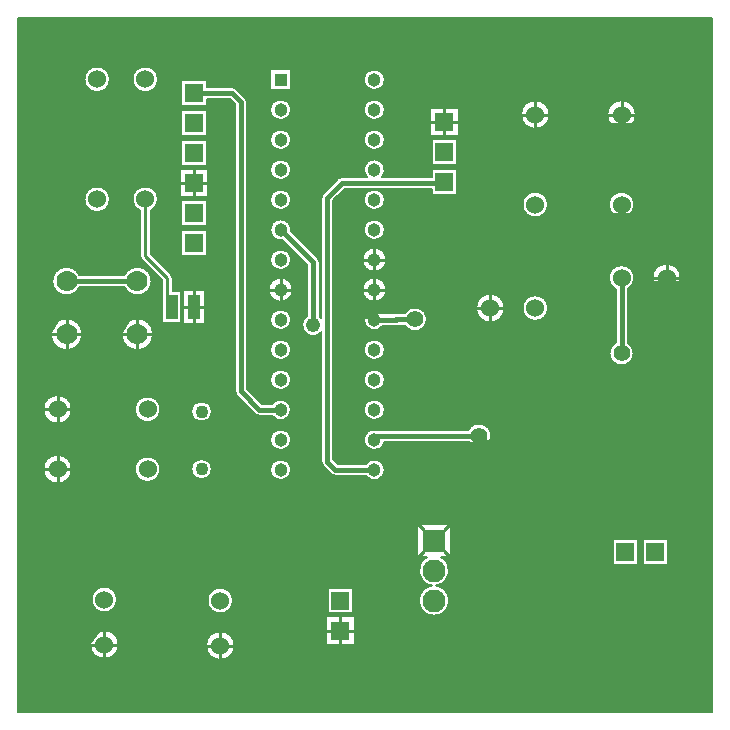
<source format=gbr>
G04 EasyPC Gerber Version 21.0.3 Build 4286 *
G04 #@! TF.Part,Single*
G04 #@! TF.FileFunction,Copper,L2,Bot *
G04 #@! TF.FilePolarity,Positive *
%FSLAX35Y35*%
%MOIN*%
G04 #@! TA.AperFunction,ComponentPad*
%ADD74R,0.04000X0.08000*%
%ADD72R,0.04461X0.04461*%
%ADD17R,0.06000X0.06000*%
%ADD28R,0.07618X0.07618*%
G04 #@! TD.AperFunction*
%ADD11C,0.00500*%
%ADD12C,0.01000*%
%ADD78C,0.01500*%
G04 #@! TA.AperFunction,ComponentPad*
%ADD75C,0.04331*%
%ADD73C,0.04461*%
G04 #@! TA.AperFunction,ViaPad*
%ADD80C,0.04800*%
%ADD79C,0.05600*%
G04 #@! TA.AperFunction,WasherPad*
%ADD15C,0.06000*%
G04 #@! TA.AperFunction,ComponentPad*
%ADD76C,0.07000*%
%ADD29C,0.07618*%
X0Y0D02*
D02*
D11*
X2750Y233951D02*
Y2750D01*
X233951*
Y233951*
X2750*
X11124Y83650D02*
G75*
G02X20624I4750D01*
G01*
G75*
G02X11124I-4750*
G01*
Y103600D02*
G75*
G02X20624I4750D01*
G01*
G75*
G02X11124I-4750*
G01*
X13624Y128600D02*
G75*
G02X24124I5250D01*
G01*
G75*
G02X13624I-5250*
G01*
X38187Y148317D02*
G75*
G02X47246Y146317I4308J-2000D01*
G01*
G75*
G02X38187Y144317I-4750*
G01*
X23182*
G75*
G02X14124Y146317I-4308J2000*
G01*
G75*
G02X23182Y148317I4750*
G01*
X38187*
X26724Y25200D02*
G75*
G02X36224I4750D01*
G01*
G75*
G02X26724I-4750*
G01*
X27224Y40200D02*
G75*
G02X35724I4250D01*
G01*
G75*
G02X27224I-4250*
G01*
X37246Y128600D02*
G75*
G02X47746I5250D01*
G01*
G75*
G02X37246I-5250*
G01*
X41624Y83650D02*
G75*
G02X50124I4250D01*
G01*
G75*
G02X41624I-4250*
G01*
Y103600D02*
G75*
G02X50124I4250D01*
G01*
G75*
G02X41624I-4250*
G01*
X24824Y173600D02*
G75*
G02X33324I4250D01*
G01*
G75*
G02X24824I-4250*
G01*
Y213600D02*
G75*
G02X33324I4250D01*
G01*
G75*
G02X24824I-4250*
G01*
X54224Y142900D02*
X57199D01*
Y132400*
X50699*
Y142900*
X50724*
Y146625*
X43887Y153463*
G75*
G02X43374Y154700I1237J1237*
G01*
Y169727*
G75*
G02X40874Y173600I1750J3873*
G01*
G75*
G02X49374I4250*
G01*
G75*
G02X46874Y169727I-4250*
G01*
Y155425*
X53712Y148587*
G75*
G02X54224Y147350I-1237J-1237*
G01*
Y142900*
X40874Y213600D02*
G75*
G02X49374I4250D01*
G01*
G75*
G02X40874I-4250*
G01*
X56699Y183801D02*
X66199D01*
Y174301*
X56699*
Y183801*
X57199Y163301D02*
X65699D01*
Y154801*
X57199*
Y163301*
X57699Y143400D02*
X65199D01*
Y131900*
X57699*
Y143400*
X60458Y83644D02*
G75*
G02X67289I3415D01*
G01*
G75*
G02X60458I-3415*
G01*
X65374Y24850D02*
G75*
G02X74874I4750D01*
G01*
G75*
G02X65374I-4750*
G01*
X65874Y39850D02*
G75*
G02X74374I4250D01*
G01*
G75*
G02X65874I-4250*
G01*
X60458Y102856D02*
G75*
G02X67289I3415D01*
G01*
G75*
G02X60458I-3415*
G01*
X57199Y173301D02*
X65699D01*
Y164801*
X57199*
Y173301*
Y193301D02*
X65699D01*
Y184801*
X57199*
Y193301*
Y203301D02*
X65699D01*
Y194801*
X57199*
Y203301*
X87376Y105450D02*
G75*
G02X93704Y103450I2848J-2000D01*
G01*
G75*
G02X87376Y101450I-3480J0*
G01*
X83200*
G75*
G02X81784Y102037J2000*
G01*
X75637Y108184*
G75*
G02X75050Y109600I1413J1416*
G01*
Y205222*
X73222Y207050*
X65699*
Y204801*
X57199*
Y213301*
X65699*
Y211050*
X74050*
G75*
G02X75466Y210463J-2000*
G01*
X78463Y207466*
G75*
G02X79050Y206050I-1413J-1416*
G01*
Y110428*
X84028Y105450*
X87376*
X86744Y83450D02*
G75*
G02X93704I3480D01*
G01*
G75*
G02X86744I-3480*
G01*
Y93450D02*
G75*
G02X93704I3480D01*
G01*
G75*
G02X86744I-3480*
G01*
X86244Y143450D02*
G75*
G02X94204I3980D01*
G01*
G75*
G02X86244I-3980*
G01*
X86744Y113450D02*
G75*
G02X93704I3480D01*
G01*
G75*
G02X86744I-3480*
G01*
Y123450D02*
G75*
G02X93704I3480D01*
G01*
G75*
G02X86744I-3480*
G01*
Y133450D02*
G75*
G02X93704I3480D01*
G01*
G75*
G02X86744I-3480*
G01*
X86742Y216931D02*
X93703D01*
Y209970*
X86742*
Y216931*
X86744Y153450D02*
G75*
G02X93704I3480D01*
G01*
G75*
G02X86744I-3480*
G01*
X140600Y183699D02*
X149100D01*
Y175199*
X140600*
Y177050*
X111678*
X107850Y173222*
Y86928*
X109328Y85450*
X118628*
G75*
G02X124956Y83450I2848J-2000*
G01*
G75*
G02X118628Y81450I-3480J0*
G01*
X108500*
G75*
G02X107084Y82037J2000*
G01*
X104437Y84684*
G75*
G02X103850Y86100I1413J1416*
G01*
Y129309*
G75*
G02X97400Y131650I-2800J2341*
G01*
G75*
G02X98893Y134594I3650*
G01*
Y151756*
X90653Y159996*
G75*
G02X90224Y159970I-428J3455*
G01*
G75*
G02Y166930J3480*
G01*
G75*
G02X93704Y163450J-3480*
G01*
G75*
G02X93683Y163068I-3482J-2*
G01*
X102573Y154178*
G75*
G02X103207Y152650I-1523J-1528*
G01*
Y134594*
G75*
G02X103850Y133991I-2158J-2944*
G01*
Y174050*
G75*
G02X104437Y175466I2000*
G01*
X109434Y180463*
G75*
G02X110850Y181050I1416J-1413*
G01*
X118956*
G75*
G02X121476Y186930I2520J2400*
G01*
G75*
G02X123996Y181050J-3480*
G01*
X140600*
Y183699*
X117496Y143450D02*
G75*
G02X125456I3980D01*
G01*
G75*
G02X117496I-3980*
G01*
X152852Y96850D02*
G75*
G02X160424Y94850I3522J-2000D01*
G01*
G75*
G02X152852Y92850I-4050*
G01*
X124904*
G75*
G02X117996Y93450I-3428J600*
G01*
G75*
G02X122219Y96850I3480*
G01*
X152852*
X135813Y65407D02*
X146931D01*
Y54289*
X143800*
G75*
G02X142144Y44850I-2426J-4439*
G01*
G75*
G02X146433Y39850I-771J-5000*
G01*
G75*
G02X136315I-5059*
G01*
G75*
G02X140603Y44850I5059*
G01*
G75*
G02X138948Y54289I771J5000*
G01*
X135813*
Y65407*
X117996Y103450D02*
G75*
G02X124956I3480D01*
G01*
G75*
G02X117996I-3480*
G01*
Y113450D02*
G75*
G02X124956I3480D01*
G01*
G75*
G02X117996I-3480*
G01*
Y123450D02*
G75*
G02X124956I3480D01*
G01*
G75*
G02X117996I-3480*
G01*
X131607Y135757D02*
G75*
G02X139085Y133600I3428J-2157D01*
G01*
G75*
G02X131607Y131443I-4050*
G01*
X124319*
G75*
G02X117996Y133450I-2843J2007*
G01*
G75*
G02X124081Y135757I3480*
G01*
X131607*
X117496Y153450D02*
G75*
G02X125456I3980D01*
G01*
G75*
G02X117496I-3980*
G01*
X117996Y163450D02*
G75*
G02X124956I3480D01*
G01*
G75*
G02X117996I-3480*
G01*
Y173450D02*
G75*
G02X124956I3480D01*
G01*
G75*
G02X117996I-3480*
G01*
X105372Y34600D02*
X114872D01*
Y25100*
X105372*
Y34600*
X105872Y44100D02*
X114372D01*
Y35600*
X105872*
Y44100*
X86744Y173450D02*
G75*
G02X93704I3480D01*
G01*
G75*
G02X86744I-3480*
G01*
Y183450D02*
G75*
G02X93704I3480D01*
G01*
G75*
G02X86744I-3480*
G01*
Y193450D02*
G75*
G02X93704I3480D01*
G01*
G75*
G02X86744I-3480*
G01*
Y203450D02*
G75*
G02X93704I3480D01*
G01*
G75*
G02X86744I-3480*
G01*
X117996Y193450D02*
G75*
G02X124956I3480D01*
G01*
G75*
G02X117996I-3480*
G01*
Y203450D02*
G75*
G02X124956I3480D01*
G01*
G75*
G02X117996I-3480*
G01*
Y213450D02*
G75*
G02X124956I3480D01*
G01*
G75*
G02X117996I-3480*
G01*
X140100Y204199D02*
X149600D01*
Y194699*
X140100*
Y204199*
X140600Y193699D02*
X149100D01*
Y185199*
X140600*
Y193699*
X155374Y137350D02*
G75*
G02X164874I4750D01*
G01*
G75*
G02X155374I-4750*
G01*
X170374Y201850D02*
G75*
G02X179874I4750D01*
G01*
G75*
G02X170374I-4750*
G01*
X170874Y137350D02*
G75*
G02X179374I4250D01*
G01*
G75*
G02X170874I-4250*
G01*
Y171850D02*
G75*
G02X179374I4250D01*
G01*
G75*
G02X170874I-4250*
G01*
X199124Y201850D02*
G75*
G02X208624I4750D01*
G01*
G75*
G02X199124I-4750*
G01*
X199624Y147350D02*
G75*
G02X208124I4250D01*
G01*
G75*
G02X205874Y143600I-4250*
G01*
Y125872*
G75*
G02X207924Y122350I-2000J-3522*
G01*
G75*
G02X199824I-4050*
G01*
G75*
G02X201874Y125872I4050*
G01*
Y143600*
G75*
G02X199624Y147350I2000J3750*
G01*
X200872Y60348D02*
X209372D01*
Y51848*
X200872*
Y60348*
X199624Y171850D02*
G75*
G02X208124I4250D01*
G01*
G75*
G02X199624I-4250*
G01*
X210872Y60348D02*
X219372D01*
Y51848*
X210872*
Y60348*
X214124Y147350D02*
G75*
G02X223624I4750D01*
G01*
G75*
G02X214124I-4750*
G01*
X114872Y25200D02*
G36*
Y25100D01*
X105372*
Y25200*
X74861*
G75*
G02X74874Y24850I-4738J-351*
G01*
G75*
G02X65374I-4750*
G01*
G75*
G02X65387Y25200I4751J-1*
G01*
X36224*
G75*
G02X26724I-4750*
G01*
X3000*
Y3000*
X233701*
Y25200*
X114872*
G37*
X26724D02*
G36*
G75*
G02X30506Y29850I4750D01*
G01*
X3000*
Y25200*
X26724*
G37*
X105372Y29850D02*
G36*
X32441D01*
G75*
G02X36224Y25200I-968J-4650*
G01*
X65387*
G75*
G02X74861I4737J-350*
G01*
X105372*
Y29850*
G37*
X114872D02*
G36*
Y25200D01*
X233701*
Y29850*
X114872*
G37*
X146420Y40200D02*
G36*
G75*
G02X146433Y39850I-5046J-351D01*
G01*
Y39850*
G75*
G02X136315I-5059*
G01*
Y39850*
G75*
G02X136327Y40200I5059J-2*
G01*
X114372*
Y35600*
X105872*
Y40200*
X74359*
G75*
G02X74374Y39850I-4236J-352*
G01*
G75*
G02X65874I-4250*
G01*
G75*
G02X65888Y40200I4251J-2*
G01*
X35724*
G75*
G02X27224I-4250*
G01*
X3000*
Y29850*
X30506*
G75*
G02X32441I968J-4651*
G01*
X105372*
Y34600*
X114872*
Y29850*
X233701*
Y40200*
X146420*
G37*
X135813Y56098D02*
G36*
X3000D01*
Y40200*
X27224*
G75*
G02X35724I4250*
G01*
X65888*
G75*
G02X74359I4235J-350*
G01*
X105872*
Y44100*
X114372*
Y40200*
X136327*
G75*
G02X140603Y44850I5046J-350*
G01*
G75*
G02X136315Y49850I771J5000*
G01*
G75*
G02X138948Y54289I5059*
G01*
X135813*
Y56098*
G37*
X219372D02*
G36*
Y51848D01*
X210872*
Y56098*
X209372*
Y51848*
X200872*
Y56098*
X146931*
Y54289*
X143800*
G75*
G02X146433Y49850I-2426J-4439*
G01*
G75*
G02X142144Y44850I-5059*
G01*
G75*
G02X146420Y40200I-770J-5000*
G01*
X233701*
Y56098*
X219372*
G37*
X146931D02*
G36*
X200872D01*
Y60348*
X209372*
Y56098*
X210872*
Y60348*
X219372*
Y56098*
X233701*
Y83650*
X124950*
G75*
G02X124956Y83450I-3475J-203*
G01*
G75*
G02X118628Y81450I-3480J0*
G01*
X108500*
G75*
G02X107084Y82037J2000*
G01*
X105472Y83650*
X93698*
G75*
G02X93704Y83450I-3475J-203*
G01*
G75*
G02X86744I-3480*
G01*
G75*
G02X86750Y83650I3481J-3*
G01*
X67289*
G75*
G02Y83644I-3437J-3*
G01*
G75*
G02X60458I-3415*
G01*
G75*
G02Y83650I3437J3*
G01*
X50124*
G75*
G02X41624I-4250*
G01*
X20624*
G75*
G02X11124I-4750*
G01*
X3000*
Y56098*
X135813*
Y65407*
X146931*
Y56098*
G37*
X105472Y83650D02*
G36*
X104437Y84684D01*
G75*
G02X103850Y86100I1413J1416*
G01*
Y93450*
X93704*
G75*
G02X86744I-3480*
G01*
X3000*
Y83650*
X11124*
G75*
G02X20624I4750*
G01*
X41624*
G75*
G02X50124I4250*
G01*
X60458*
G75*
G02X67289I3415J-6*
G01*
X86750*
G75*
G02X93698I3474J-200*
G01*
X105472*
G37*
X160174Y93450D02*
G36*
G75*
G02X152852Y92850I-3800J1400D01*
G01*
X124904*
G75*
G02X117996Y93450I-3428J600*
G01*
X107850*
Y86928*
X109328Y85450*
X118628*
G75*
G02X124950Y83650I2848J-2000*
G01*
X233701*
Y93450*
X160174*
G37*
X103850Y103600D02*
G36*
X93701D01*
G75*
G02X93704Y103450I-3478J-148*
G01*
G75*
G02X87376Y101450I-3480J0*
G01*
X83200*
G75*
G02X81784Y102037J2000*
G01*
X80222Y103600*
X67207*
G75*
G02X67289Y102856I-3333J-743*
G01*
G75*
G02X60458I-3415*
G01*
G75*
G02X60540Y103600I3415J0*
G01*
X50124*
G75*
G02X41624I-4250*
G01*
X20624*
G75*
G02X11124I-4750*
G01*
X3000*
Y93450*
X86744*
G75*
G02X93704I3480*
G01*
X103850*
Y103600*
G37*
X107850D02*
G36*
Y93450D01*
X117996*
G75*
G02X122219Y96850I3480*
G01*
X152852*
G75*
G02X160424Y94850I3522J-2000*
G01*
G75*
G02X160174Y93450I-4050*
G01*
X233701*
Y103600*
X124953*
G75*
G02X124956Y103450I-3478J-148*
G01*
G75*
G02X117996I-3480*
G01*
G75*
G02X117999Y103600I3481J2*
G01*
X107850*
G37*
X80222D02*
G36*
X75637Y108184D01*
G75*
G02X75050Y109600I1413J1416*
G01*
Y113450*
X3000*
Y103600*
X11124*
G75*
G02X20624I4750*
G01*
X41624*
G75*
G02X50124I4250*
G01*
X60540*
G75*
G02X67207I3333J-744*
G01*
X80222*
G37*
X103850Y113450D02*
G36*
X93704D01*
G75*
G02X86744I-3480*
G01*
X79050*
Y110428*
X84028Y105450*
X87376*
G75*
G02X93701Y103600I2848J-2000*
G01*
X103850*
Y113450*
G37*
X107850D02*
G36*
Y103600D01*
X117999*
G75*
G02X124953I3477J-150*
G01*
X233701*
Y113450*
X124956*
G75*
G02X117996I-3480*
G01*
X107850*
G37*
X75050Y123450D02*
G36*
X43515D01*
G75*
G02X41476I-1020J5150*
G01*
X19893*
G75*
G02X17854I-1020J5150*
G01*
X3000*
Y113450*
X75050*
Y123450*
G37*
X103850D02*
G36*
X93704D01*
G75*
G02X86744I-3480*
G01*
X79050*
Y113450*
X86744*
G75*
G02X93704I3480*
G01*
X103850*
Y123450*
G37*
X207771D02*
G36*
G75*
G02X207924Y122350I-3899J-1100D01*
G01*
G75*
G02X199824I-4050*
G01*
G75*
G02X199976Y123450I4051J0*
G01*
X124956*
G75*
G02X117996I-3480*
G01*
X107850*
Y113450*
X117996*
G75*
G02X124956I3480*
G01*
X233701*
Y123450*
X207771*
G37*
X13624Y128600D02*
G36*
X3000D01*
Y123450*
X17854*
G75*
G02X13624Y128600I1020J5150*
G01*
G37*
X37246D02*
G36*
X24124D01*
G75*
G02X19893Y123450I-5250*
G01*
X41476*
G75*
G02X37246Y128600I1020J5150*
G01*
G37*
X75050D02*
G36*
X47746D01*
G75*
G02X43515Y123450I-5250*
G01*
X75050*
Y128600*
G37*
X103850D02*
G36*
X103055D01*
G75*
G02X99046I-2004J3050*
G01*
X79050*
Y123450*
X86744*
G75*
G02X93704I3480*
G01*
X103850*
Y128600*
G37*
X199976Y123450D02*
G36*
G75*
G02X201874Y125872I3899J-1101D01*
G01*
Y128600*
X107850*
Y123450*
X117996*
G75*
G02X124956I3480*
G01*
X199976*
G37*
X207771D02*
G36*
X233701D01*
Y128600*
X205874*
Y125872*
G75*
G02X207771Y123450I-2001J-3522*
G01*
G37*
X13624Y128600D02*
G36*
G75*
G02X16864Y133450I5250D01*
G01*
X3000*
Y128600*
X13624*
G37*
X37246D02*
G36*
G75*
G02X40486Y133450I5250D01*
G01*
X20883*
G75*
G02X24124Y128600I-2010J-4850*
G01*
X37246*
G37*
X75050Y133450D02*
G36*
X65199D01*
Y131900*
X57699*
Y133450*
X57199*
Y132400*
X50699*
Y133450*
X44506*
G75*
G02X47746Y128600I-2010J-4850*
G01*
X75050*
Y133450*
G37*
X97875D02*
G36*
X93704D01*
G75*
G02X86744I-3480*
G01*
X79050*
Y128600*
X99046*
G75*
G02X97400Y131650I2005J3050*
G01*
G75*
G02X97875Y133450I3650J0*
G01*
G37*
X103850Y128600D02*
G36*
Y129309D01*
G75*
G02X103055Y128600I-2800J2342*
G01*
X103850*
G37*
X201874Y133450D02*
G36*
X176813D01*
G75*
G02X173435I-1689J3900*
G01*
X162835*
G75*
G02X157412I-2711J3900*
G01*
X139082*
G75*
G02X131607Y131443I-4047J150*
G01*
X124319*
G75*
G02X117996Y133450I-2843J2007*
G01*
Y133450*
X107850*
Y128600*
X201874*
Y133450*
G37*
X205874D02*
G36*
Y128600D01*
X233701*
Y133450*
X205874*
G37*
X50699Y137650D02*
G36*
X3000D01*
Y133450*
X16864*
G75*
G02X20883I2010J-4850*
G01*
X40486*
G75*
G02X44506I2010J-4850*
G01*
X50699*
Y137650*
G37*
X57699D02*
G36*
X57199D01*
Y133450*
X57699*
Y137650*
G37*
X75050D02*
G36*
X65199D01*
Y133450*
X75050*
Y137650*
G37*
X97875Y133450D02*
G36*
G75*
G02X98893Y134594I3176J-1800D01*
G01*
Y137650*
X79050*
Y133450*
X86744*
G75*
G02X93704I3480*
G01*
X97875*
G37*
X103850Y137650D02*
G36*
X103207D01*
Y134594*
G75*
G02X103850Y133991I-2165J-2952*
G01*
Y137650*
G37*
X117996Y133450D02*
G36*
G75*
G02X124081Y135757I3480D01*
G01*
X131607*
G75*
G02X134972Y137650I3428J-2157*
G01*
X107850*
Y133450*
X117996*
G37*
X155383Y137650D02*
G36*
X135098D01*
G75*
G02X139085Y133600I-63J-4050*
G01*
G75*
G02X139082Y133450I-4053J0*
G01*
X157412*
G75*
G02X155374Y137350I2711J3900*
G01*
G75*
G02X155383Y137650I4750*
G01*
G37*
X170884D02*
G36*
X164864D01*
G75*
G02X164874Y137350I-4741J-300*
G01*
G75*
G02X162835Y133450I-4750*
G01*
X173435*
G75*
G02X170874Y137350I1689J3900*
G01*
G75*
G02X170884Y137650I4250J-1*
G01*
G37*
X201874D02*
G36*
X179363D01*
G75*
G02X179374Y137350I-4240J-300*
G01*
G75*
G02X176813Y133450I-4250*
G01*
X201874*
Y137650*
G37*
X205874D02*
G36*
Y133450D01*
X233701*
Y137650*
X205874*
G37*
X50699D02*
G36*
Y142900D01*
X50724*
Y146317*
X47246*
G75*
G02X38187Y144317I-4750*
G01*
X23182*
G75*
G02X14124Y146317I-4308J2000*
G01*
X3000*
Y137650*
X50699*
G37*
X75050Y146317D02*
G36*
X54224D01*
Y142900*
X57199*
Y137650*
X57699*
Y143400*
X65199*
Y137650*
X75050*
Y146317*
G37*
X98893D02*
G36*
X92985D01*
G75*
G02X94204Y143450I-2761J-2867*
G01*
G75*
G02X86244I-3980*
G01*
G75*
G02X87463Y146317I3980*
G01*
X79050*
Y137650*
X98893*
Y146317*
G37*
X103850D02*
G36*
X103207D01*
Y137650*
X103850*
Y146317*
G37*
X199751D02*
G36*
X124237D01*
G75*
G02X125456Y143450I-2761J-2867*
G01*
G75*
G02X117496I-3980*
G01*
G75*
G02X118715Y146317I3980*
G01*
X107850*
Y137650*
X134972*
G75*
G02X135098I63J-4041*
G01*
X155383*
G75*
G02X164864I4741J-300*
G01*
X170884*
G75*
G02X179363I4239J-300*
G01*
X201874*
Y143600*
G75*
G02X199751Y146317I1999J3750*
G01*
G37*
X223510D02*
G36*
G75*
G02X214237I-4636J1033D01*
G01*
X207996*
G75*
G02X205874Y143600I-4122J1033*
G01*
Y137650*
X233701*
Y146317*
X223510*
G37*
X50724D02*
G36*
Y146625D01*
X43899Y153450*
X3000*
Y146317*
X14124*
G75*
G02X23182Y148317I4750*
G01*
X38187*
G75*
G02X47246Y146317I4308J-2000*
G01*
X50724*
G37*
X75050Y153450D02*
G36*
X48849D01*
X53712Y148587*
G75*
G02X54224Y147351I-1235J-1237*
G01*
G75*
G02Y147350I-2051J0*
G01*
Y146317*
X75050*
Y153450*
G37*
X98893Y146317D02*
G36*
Y151756D01*
X97199Y153450*
X93704*
G75*
G02X86744I-3480*
G01*
X79050*
Y146317*
X87463*
G75*
G02X92985I2761J-2867*
G01*
X98893*
G37*
X103850Y153450D02*
G36*
X103054D01*
G75*
G02X103207Y152650I-2005J-801*
G01*
Y146317*
X103850*
Y153450*
G37*
X207996Y146317D02*
G36*
X214237D01*
G75*
G02X214124Y147350I4636J1033*
G01*
G75*
G02X223624I4750*
G01*
G75*
G02X223510Y146317I-4750*
G01*
X233701*
Y153450*
X125456*
G75*
G02X117496I-3980*
G01*
X107850*
Y146317*
X118715*
G75*
G02X124237I2761J-2867*
G01*
X199751*
G75*
G02X199624Y147350I4122J1033*
G01*
Y147350*
G75*
G02X208124I4250*
G01*
Y147350*
G75*
G02X207996Y146317I-4250J0*
G01*
G37*
X43899Y153450D02*
G36*
X43887Y153463D01*
G75*
G02X43374Y154699I1235J1237*
G01*
G75*
G02Y154700I2051J0*
G01*
Y159051*
X3000*
Y153450*
X43899*
G37*
X75050Y159051D02*
G36*
X65699D01*
Y154801*
X57199*
Y159051*
X46874*
Y155425*
X48849Y153450*
X75050*
Y159051*
G37*
X97199Y153450D02*
G36*
X91598Y159051D01*
X79050*
Y153450*
X86744*
G75*
G02X93704I3480*
G01*
X97199*
G37*
X103850Y159051D02*
G36*
X97700D01*
X102573Y154178*
G75*
G02X103054Y153450I-1524J-1528*
G01*
X103850*
Y159051*
G37*
X107850D02*
G36*
Y153450D01*
X117496*
G75*
G02X125456I3980*
G01*
X233701*
Y159051*
X107850*
G37*
X43374Y163450D02*
G36*
X3000D01*
Y159051*
X43374*
Y163450*
G37*
X75050D02*
G36*
X46874D01*
Y159051*
X57199*
Y163301*
X65699*
Y159051*
X75050*
Y163450*
G37*
X91598Y159051D02*
G36*
X90653Y159996D01*
G75*
G02X90224Y159970I-431J3515*
G01*
G75*
G02X86744Y163450J3480*
G01*
X79050*
Y159051*
X91598*
G37*
X103850Y163450D02*
G36*
X93704D01*
G75*
G02Y163446I-3500J-2*
G01*
G75*
G02X93683Y163068I-3448*
G01*
X97700Y159051*
X103850*
Y163450*
G37*
X107850D02*
G36*
Y159051D01*
X233701*
Y163450*
X124956*
G75*
G02X117996I-3480*
G01*
X107850*
G37*
X43374Y169051D02*
G36*
X3000D01*
Y163450*
X43374*
Y169051*
G37*
X75050D02*
G36*
X65699D01*
Y164801*
X57199*
Y169051*
X46874*
Y163450*
X75050*
Y169051*
G37*
X103850D02*
G36*
X79050D01*
Y163450*
X86744*
G75*
G02X90224Y166930I3480*
G01*
G75*
G02X93704Y163450J-3480*
G01*
Y163450*
X103850*
Y169051*
G37*
X207072D02*
G36*
G75*
G02X200675I-3198J2799D01*
G01*
X178322*
G75*
G02X171925I-3198J2799*
G01*
X107850*
Y163450*
X117996*
G75*
G02X124956I3480*
G01*
X233701*
Y169051*
X207072*
G37*
X40874Y173600D02*
G36*
X33324D01*
G75*
G02X24824I-4250*
G01*
X3000*
Y169051*
X43374*
Y169727*
G75*
G02X40874Y173600I1750J3874*
G01*
G37*
X75050D02*
G36*
X49374D01*
G75*
G02X46874Y169727I-4250*
G01*
Y169051*
X57199*
Y173301*
X65699*
Y169051*
X75050*
Y173600*
G37*
X103850D02*
G36*
X93701D01*
G75*
G02X93704Y173450I-3478J-148*
G01*
G75*
G02X86744I-3480*
G01*
G75*
G02X86747Y173600I3481J2*
G01*
X79050*
Y169051*
X103850*
Y173600*
G37*
X171251D02*
G36*
X124953D01*
G75*
G02X124956Y173450I-3478J-148*
G01*
G75*
G02X117996I-3480*
G01*
G75*
G02X117999Y173600I3481J2*
G01*
X108228*
X107850Y173222*
Y169051*
X171925*
G75*
G02X170874Y171850I3198J2799*
G01*
G75*
G02X171251Y173600I4250J0*
G01*
G37*
X200001D02*
G36*
X178996D01*
G75*
G02X179374Y171850I-3873J-1750*
G01*
G75*
G02X178322Y169051I-4250*
G01*
X200675*
G75*
G02X199624Y171850I3198J2799*
G01*
G75*
G02X200001Y173600I4250J0*
G01*
G37*
X207746D02*
G36*
G75*
G02X208124Y171850I-3873J-1750D01*
G01*
G75*
G02X207072Y169051I-4250*
G01*
X233701*
Y173600*
X207746*
G37*
X75050Y179051D02*
G36*
X66199D01*
Y174301*
X56699*
Y179051*
X3000*
Y173600*
X24824*
G75*
G02X33324I4250*
G01*
X40874*
G75*
G02X49374I4250*
G01*
X75050*
Y179051*
G37*
X108023D02*
G36*
X79050D01*
Y173600*
X86747*
G75*
G02X93701I3477J-150*
G01*
X103850*
Y174050*
G75*
G02X104437Y175466I2000*
G01*
X108023Y179051*
G37*
X149100D02*
G36*
Y175199D01*
X140600*
Y177050*
X111678*
X108228Y173600*
X117999*
G75*
G02X124953I3477J-150*
G01*
X171251*
G75*
G02X178996I3873J-1750*
G01*
X200001*
G75*
G02X207746I3873J-1750*
G01*
X233701*
Y179051*
X149100*
G37*
X56699Y183450D02*
G36*
X3000D01*
Y179051*
X56699*
Y183450*
G37*
X75050D02*
G36*
X66199D01*
Y179051*
X75050*
Y183450*
G37*
X108023Y179051D02*
G36*
X109434Y180463D01*
G75*
G02X110850Y181050I1416J-1413*
G01*
X118956*
G75*
G02X117996Y183450I2520J2400*
G01*
X93704*
G75*
G02X86744I-3480*
G01*
X79050*
Y179051*
X108023*
G37*
X140600Y183450D02*
G36*
X124956D01*
G75*
G02X123996Y181050I-3480*
G01*
X140600*
Y183450*
G37*
X149100D02*
G36*
Y179051D01*
X233701*
Y183450*
X149100*
G37*
X75050Y189051D02*
G36*
X65699D01*
Y184801*
X57199*
Y189051*
X3000*
Y183450*
X56699*
Y183801*
X66199*
Y183450*
X75050*
Y189051*
G37*
X149100D02*
G36*
Y185199D01*
X140600*
Y189051*
X79050*
Y183450*
X86744*
G75*
G02X93704I3480*
G01*
X117996*
G75*
G02X121476Y186930I3480*
G01*
G75*
G02X124956Y183450J-3480*
G01*
X140600*
Y183699*
X149100*
Y183450*
X233701*
Y189051*
X149100*
G37*
X75050Y193450D02*
G36*
X3000D01*
Y189051*
X57199*
Y193301*
X65699*
Y189051*
X75050*
Y193450*
G37*
X140600D02*
G36*
X124956D01*
G75*
G02X117996I-3480*
G01*
X93704*
G75*
G02X86744I-3480*
G01*
X79050*
Y189051*
X140600*
Y193450*
G37*
X149100D02*
G36*
Y189051D01*
X233701*
Y193450*
X149100*
G37*
X75050Y199051D02*
G36*
X65699D01*
Y194801*
X57199*
Y199051*
X3000*
Y193450*
X75050*
Y199051*
G37*
X207711D02*
G36*
G75*
G02X200036I-3838J2799D01*
G01*
X178961*
G75*
G02X171286I-3838J2799*
G01*
X149600*
Y194699*
X140100*
Y199051*
X79050*
Y193450*
X86744*
G75*
G02X93704I3480*
G01*
X117996*
G75*
G02X124956I3480*
G01*
X140600*
Y193699*
X149100*
Y193450*
X233701*
Y199051*
X207711*
G37*
X75050Y203450D02*
G36*
X3000D01*
Y199051*
X57199*
Y203301*
X65699*
Y199051*
X75050*
Y203450*
G37*
X140100D02*
G36*
X124956D01*
G75*
G02X117996I-3480*
G01*
X93704*
G75*
G02X86744I-3480*
G01*
X79050*
Y199051*
X140100*
Y203450*
G37*
X170651D02*
G36*
X149600D01*
Y199051*
X171286*
G75*
G02X170374Y201850I3838J2799*
G01*
G75*
G02X170651Y203450I4750*
G01*
G37*
X199401D02*
G36*
X179596D01*
G75*
G02X179874Y201850I-4472J-1600*
G01*
G75*
G02X178961Y199051I-4750*
G01*
X200036*
G75*
G02X199124Y201850I3838J2799*
G01*
G75*
G02X199401Y203450I4750*
G01*
G37*
X208346D02*
G36*
G75*
G02X208624Y201850I-4472J-1600D01*
G01*
G75*
G02X207711Y199051I-4750*
G01*
X233701*
Y203450*
X208346*
G37*
X93703Y213600D02*
G36*
Y209970D01*
X86742*
Y213600*
X49374*
G75*
G02X40874I-4250*
G01*
X33324*
G75*
G02X24824I-4250*
G01*
X3000*
Y203450*
X75050*
Y205222*
X73222Y207050*
X65699*
Y204801*
X57199*
Y213301*
X65699*
Y211050*
X74050*
G75*
G02X75466Y210463J-2000*
G01*
X78463Y207466*
G75*
G02X79050Y206050I-1413J-1416*
G01*
Y203450*
X86744*
G75*
G02X93704I3480*
G01*
X117996*
G75*
G02X124956I3480*
G01*
X140100*
Y204199*
X149600*
Y203450*
X170651*
G75*
G02X179596I4472J-1600*
G01*
X199401*
G75*
G02X208346I4472J-1600*
G01*
X233701*
Y213600*
X124953*
G75*
G02X124956Y213450I-3478J-148*
G01*
G75*
G02X117996I-3480*
G01*
G75*
G02X117999Y213600I3481J2*
G01*
X93703*
G37*
X3000Y233701D02*
G36*
Y213600D01*
X24824*
G75*
G02X33324I4250*
G01*
X40874*
G75*
G02X49374I4250*
G01*
X86742*
Y216931*
X93703*
Y213600*
X117999*
G75*
G02X124953I3477J-150*
G01*
X233701*
Y233701*
X3000*
G37*
D02*
D12*
X13374Y83650D02*
X10874D01*
X13374Y103600D02*
X10874D01*
X15874Y81150D02*
Y78650D01*
Y86150D02*
Y88650D01*
Y101100D02*
Y98600D01*
Y106100D02*
Y108600D01*
Y128600D02*
X13374D01*
X18374Y83650D02*
X20874D01*
X18374Y103600D02*
X20874D01*
X18874Y125600D02*
Y123100D01*
Y131600D02*
Y134100D01*
X21874Y128600D02*
X24374D01*
X28974Y25200D02*
X26474D01*
X31474Y22700D02*
Y20200D01*
Y27700D02*
Y30200D01*
X33974Y25200D02*
X36474D01*
X39496Y128600D02*
X36996D01*
X42496Y125600D02*
Y123100D01*
Y131600D02*
Y134100D01*
X45496Y128600D02*
X47996D01*
X53950Y137650D02*
X52474D01*
Y147350*
X45124Y154700*
Y173600*
X58950Y179050D02*
X56451D01*
X59950Y137650D02*
X57451D01*
X61450Y134150D02*
Y131652D01*
Y141150D02*
Y143652D01*
Y176550D02*
Y174049D01*
Y181550D02*
Y184049D01*
X62950Y137650D02*
X65451D01*
X63950Y179050D02*
X66451D01*
X67624Y24850D02*
X65124D01*
X70124Y22350D02*
Y19850D01*
Y27350D02*
Y29850D01*
X72624Y24850D02*
X75124D01*
X88494Y143450D02*
X85994D01*
X90224Y141720D02*
Y139220D01*
Y145180D02*
Y147680D01*
X91954Y143450D02*
X94454D01*
X107624Y29850D02*
X105124D01*
X110124Y27350D02*
Y24848D01*
Y32350D02*
Y34848D01*
X112624Y29850D02*
X115124D01*
X119746Y143450D02*
X117246D01*
X119746Y153450D02*
X117246D01*
X121476Y141720D02*
Y139220D01*
Y145180D02*
Y147680D01*
Y151720D02*
Y149220D01*
Y155180D02*
Y157680D01*
X123206Y143450D02*
X125706D01*
X123206Y153450D02*
X125706D01*
X137918Y56394D02*
X135565Y54041D01*
X137918Y63306D02*
X135565Y65659D01*
X142350Y199450D02*
X139848D01*
X144829Y56394D02*
X147183Y54041D01*
X144829Y63306D02*
X147183Y65659D01*
X144850Y196950D02*
Y194451D01*
Y201950D02*
Y204451D01*
X147350Y199450D02*
X149848D01*
X157624Y137350D02*
X155124D01*
X160124Y134850D02*
Y132350D01*
Y139850D02*
Y142350D01*
X162624Y137350D02*
X165124D01*
X172624Y201850D02*
X170124D01*
X175124Y199350D02*
Y196850D01*
Y204350D02*
Y206850D01*
X177624Y201850D02*
X180124D01*
X201374D02*
X198874D01*
X203874Y199350D02*
Y196850D01*
Y204350D02*
Y206850D01*
X206374Y201850D02*
X208874D01*
X216374Y147350D02*
X213874D01*
X218874Y144850D02*
Y142350D01*
Y149850D02*
Y152350D01*
X221374Y147350D02*
X223874D01*
D02*
D15*
X15874Y83650D03*
Y103600D03*
X29074Y173600D03*
Y213600D03*
X31474Y25200D03*
Y40200D03*
X45124Y173600D03*
Y213600D03*
X45874Y83650D03*
Y103600D03*
X70124Y24850D03*
Y39850D03*
X160124Y137350D03*
X175124D03*
Y171850D03*
Y201850D03*
X203874Y147350D03*
Y171850D03*
Y201850D03*
X218874Y147350D03*
D02*
D17*
X61450Y159050D03*
Y169050D03*
Y179050D03*
Y189050D03*
Y199050D03*
Y209050D03*
X110124Y29850D03*
Y39850D03*
X144850Y179450D03*
Y189450D03*
Y199450D03*
X205124Y56100D03*
X215124D03*
D02*
D28*
X141374Y59850D03*
D02*
D29*
Y39850D03*
Y49850D03*
D02*
D72*
X90224Y213450D03*
D02*
D73*
Y83450D03*
Y93450D03*
Y103450D03*
Y113450D03*
Y123450D03*
Y133450D03*
Y143450D03*
Y153450D03*
Y163450D03*
Y173450D03*
Y183450D03*
Y193450D03*
Y203450D03*
X121476Y83450D03*
Y93450D03*
Y103450D03*
Y113450D03*
Y123450D03*
Y133450D03*
Y143450D03*
Y153450D03*
Y163450D03*
Y173450D03*
Y183450D03*
Y193450D03*
Y203450D03*
Y213450D03*
D02*
D74*
X53950Y137650D03*
X61450D03*
D02*
D75*
X63874Y83644D03*
Y102856D03*
D02*
D76*
X18874Y128600D03*
Y146317D03*
X42496Y128600D03*
Y146317D03*
D02*
D78*
X18874D02*
X42496D01*
X61450Y209050D02*
X74050D01*
X77050Y206050*
Y109600*
X83200Y103450*
X90224*
X101050Y131650D02*
Y152650D01*
X90250Y163450*
X90224*
X135035Y133600D02*
X128650D01*
Y133450*
X121476*
X144850Y179450D02*
Y179050D01*
X110850*
X105850Y174050*
Y86100*
X108500Y83450*
X121476*
X156374Y94850D02*
X121476D01*
Y93450*
X203874Y147350D02*
Y122350D01*
D02*
D79*
X135035Y133600D03*
X156374Y94850D03*
X203874Y122350D03*
D02*
D80*
X101050Y131650D03*
X0Y0D02*
M02*

</source>
